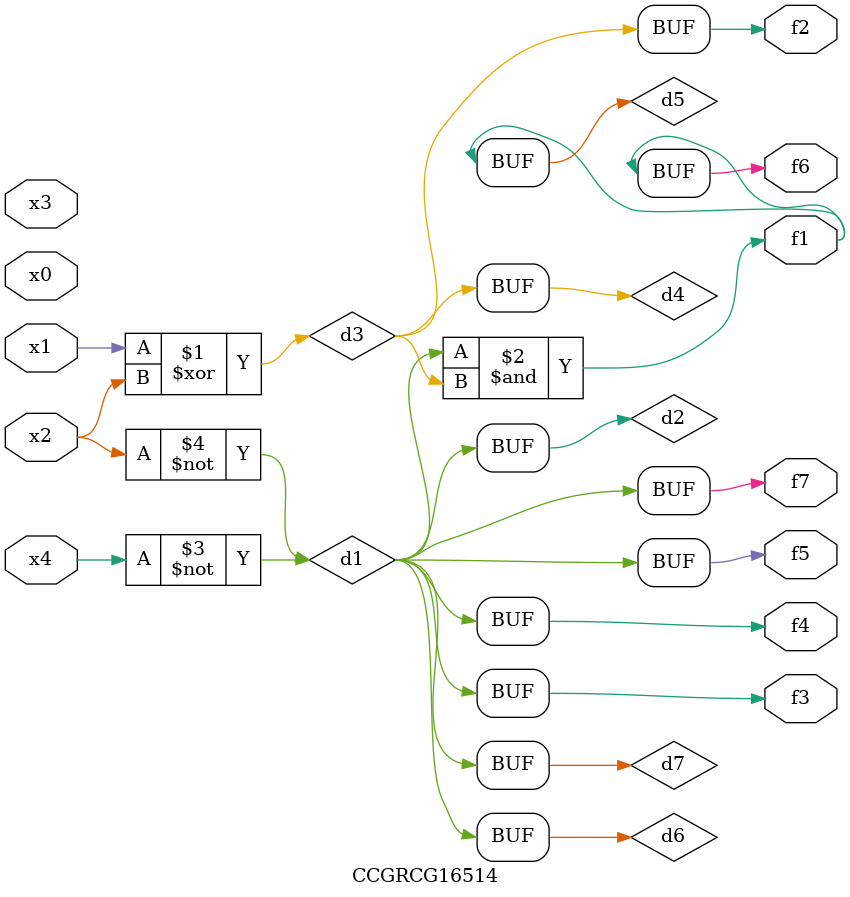
<source format=v>
module CCGRCG16514(
	input x0, x1, x2, x3, x4,
	output f1, f2, f3, f4, f5, f6, f7
);

	wire d1, d2, d3, d4, d5, d6, d7;

	not (d1, x4);
	not (d2, x2);
	xor (d3, x1, x2);
	buf (d4, d3);
	and (d5, d1, d3);
	buf (d6, d1, d2);
	buf (d7, d2);
	assign f1 = d5;
	assign f2 = d4;
	assign f3 = d7;
	assign f4 = d7;
	assign f5 = d7;
	assign f6 = d5;
	assign f7 = d7;
endmodule

</source>
